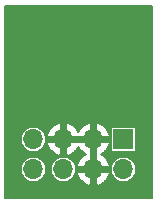
<source format=gbr>
G04 #@! TF.GenerationSoftware,KiCad,Pcbnew,(5.1.5-0-10_14)*
G04 #@! TF.CreationDate,2020-05-05T19:25:00-07:00*
G04 #@! TF.ProjectId,N64 UltraCIC II Breakout,4e363420-556c-4747-9261-434943204949,rev?*
G04 #@! TF.SameCoordinates,Original*
G04 #@! TF.FileFunction,Copper,L2,Bot*
G04 #@! TF.FilePolarity,Positive*
%FSLAX46Y46*%
G04 Gerber Fmt 4.6, Leading zero omitted, Abs format (unit mm)*
G04 Created by KiCad (PCBNEW (5.1.5-0-10_14)) date 2020-05-05 19:25:00*
%MOMM*%
%LPD*%
G04 APERTURE LIST*
%ADD10O,1.700000X1.700000*%
%ADD11R,1.700000X1.700000*%
%ADD12C,0.600000*%
%ADD13C,0.304800*%
%ADD14C,0.152400*%
G04 APERTURE END LIST*
D10*
X149860000Y-116840000D03*
X149860000Y-114300000D03*
X152400000Y-116840000D03*
X152400000Y-114300000D03*
X154940000Y-116840000D03*
X154940000Y-114300000D03*
X157480000Y-116840000D03*
D11*
X157480000Y-114300000D03*
D12*
X152908000Y-111760000D03*
X152908000Y-110744000D03*
X154432000Y-110744000D03*
X154432000Y-111760000D03*
X151638000Y-104775000D03*
D13*
X152400000Y-114300000D02*
X154940000Y-114300000D01*
X154940000Y-114300000D02*
X154940000Y-116840000D01*
X152400000Y-112268000D02*
X152908000Y-111760000D01*
X152400000Y-114300000D02*
X152400000Y-112268000D01*
X151638000Y-104775000D02*
X152908000Y-106045000D01*
X152908000Y-110744000D02*
X154432000Y-110744000D01*
X152908000Y-106045000D02*
X152908000Y-110744000D01*
D14*
G36*
X159918800Y-119278800D02*
G01*
X147421200Y-119278800D01*
X147421200Y-116733767D01*
X148781400Y-116733767D01*
X148781400Y-116946233D01*
X148822850Y-117154616D01*
X148904157Y-117350909D01*
X149022197Y-117527567D01*
X149172433Y-117677803D01*
X149349091Y-117795843D01*
X149545384Y-117877150D01*
X149753767Y-117918600D01*
X149966233Y-117918600D01*
X150174616Y-117877150D01*
X150370909Y-117795843D01*
X150547567Y-117677803D01*
X150697803Y-117527567D01*
X150815843Y-117350909D01*
X150897150Y-117154616D01*
X150938600Y-116946233D01*
X150938600Y-116733767D01*
X151321400Y-116733767D01*
X151321400Y-116946233D01*
X151362850Y-117154616D01*
X151444157Y-117350909D01*
X151562197Y-117527567D01*
X151712433Y-117677803D01*
X151889091Y-117795843D01*
X152085384Y-117877150D01*
X152293767Y-117918600D01*
X152506233Y-117918600D01*
X152714616Y-117877150D01*
X152910909Y-117795843D01*
X153087567Y-117677803D01*
X153237803Y-117527567D01*
X153355843Y-117350909D01*
X153402511Y-117238240D01*
X153562192Y-117238240D01*
X153666359Y-117499385D01*
X153819471Y-117735190D01*
X154015645Y-117936594D01*
X154247341Y-118095856D01*
X154505656Y-118206856D01*
X154541761Y-118217801D01*
X154762200Y-118115820D01*
X154762200Y-117017800D01*
X155117800Y-117017800D01*
X155117800Y-118115820D01*
X155338239Y-118217801D01*
X155374344Y-118206856D01*
X155632659Y-118095856D01*
X155864355Y-117936594D01*
X156060529Y-117735190D01*
X156213641Y-117499385D01*
X156317808Y-117238240D01*
X156217093Y-117017800D01*
X155117800Y-117017800D01*
X154762200Y-117017800D01*
X153662907Y-117017800D01*
X153562192Y-117238240D01*
X153402511Y-117238240D01*
X153437150Y-117154616D01*
X153478600Y-116946233D01*
X153478600Y-116733767D01*
X156401400Y-116733767D01*
X156401400Y-116946233D01*
X156442850Y-117154616D01*
X156524157Y-117350909D01*
X156642197Y-117527567D01*
X156792433Y-117677803D01*
X156969091Y-117795843D01*
X157165384Y-117877150D01*
X157373767Y-117918600D01*
X157586233Y-117918600D01*
X157794616Y-117877150D01*
X157990909Y-117795843D01*
X158167567Y-117677803D01*
X158317803Y-117527567D01*
X158435843Y-117350909D01*
X158517150Y-117154616D01*
X158558600Y-116946233D01*
X158558600Y-116733767D01*
X158517150Y-116525384D01*
X158435843Y-116329091D01*
X158317803Y-116152433D01*
X158167567Y-116002197D01*
X157990909Y-115884157D01*
X157794616Y-115802850D01*
X157586233Y-115761400D01*
X157373767Y-115761400D01*
X157165384Y-115802850D01*
X156969091Y-115884157D01*
X156792433Y-116002197D01*
X156642197Y-116152433D01*
X156524157Y-116329091D01*
X156442850Y-116525384D01*
X156401400Y-116733767D01*
X153478600Y-116733767D01*
X153437150Y-116525384D01*
X153355843Y-116329091D01*
X153237803Y-116152433D01*
X153087567Y-116002197D01*
X152910909Y-115884157D01*
X152714616Y-115802850D01*
X152506233Y-115761400D01*
X152293767Y-115761400D01*
X152085384Y-115802850D01*
X151889091Y-115884157D01*
X151712433Y-116002197D01*
X151562197Y-116152433D01*
X151444157Y-116329091D01*
X151362850Y-116525384D01*
X151321400Y-116733767D01*
X150938600Y-116733767D01*
X150897150Y-116525384D01*
X150815843Y-116329091D01*
X150697803Y-116152433D01*
X150547567Y-116002197D01*
X150370909Y-115884157D01*
X150174616Y-115802850D01*
X149966233Y-115761400D01*
X149753767Y-115761400D01*
X149545384Y-115802850D01*
X149349091Y-115884157D01*
X149172433Y-116002197D01*
X149022197Y-116152433D01*
X148904157Y-116329091D01*
X148822850Y-116525384D01*
X148781400Y-116733767D01*
X147421200Y-116733767D01*
X147421200Y-114193767D01*
X148781400Y-114193767D01*
X148781400Y-114406233D01*
X148822850Y-114614616D01*
X148904157Y-114810909D01*
X149022197Y-114987567D01*
X149172433Y-115137803D01*
X149349091Y-115255843D01*
X149545384Y-115337150D01*
X149753767Y-115378600D01*
X149966233Y-115378600D01*
X150174616Y-115337150D01*
X150370909Y-115255843D01*
X150547567Y-115137803D01*
X150697803Y-114987567D01*
X150815843Y-114810909D01*
X150862511Y-114698240D01*
X151022192Y-114698240D01*
X151126359Y-114959385D01*
X151279471Y-115195190D01*
X151475645Y-115396594D01*
X151707341Y-115555856D01*
X151965656Y-115666856D01*
X152001761Y-115677801D01*
X152222200Y-115575820D01*
X152222200Y-114477800D01*
X152577800Y-114477800D01*
X152577800Y-115575820D01*
X152798239Y-115677801D01*
X152834344Y-115666856D01*
X153092659Y-115555856D01*
X153324355Y-115396594D01*
X153520529Y-115195190D01*
X153670000Y-114964992D01*
X153819471Y-115195190D01*
X154015645Y-115396594D01*
X154247341Y-115555856D01*
X154280256Y-115570000D01*
X154247341Y-115584144D01*
X154015645Y-115743406D01*
X153819471Y-115944810D01*
X153666359Y-116180615D01*
X153562192Y-116441760D01*
X153662907Y-116662200D01*
X154762200Y-116662200D01*
X154762200Y-114477800D01*
X155117800Y-114477800D01*
X155117800Y-116662200D01*
X156217093Y-116662200D01*
X156317808Y-116441760D01*
X156213641Y-116180615D01*
X156060529Y-115944810D01*
X155864355Y-115743406D01*
X155632659Y-115584144D01*
X155599744Y-115570000D01*
X155632659Y-115555856D01*
X155864355Y-115396594D01*
X156060529Y-115195190D01*
X156213641Y-114959385D01*
X156317808Y-114698240D01*
X156217093Y-114477800D01*
X155117800Y-114477800D01*
X154762200Y-114477800D01*
X152577800Y-114477800D01*
X152222200Y-114477800D01*
X151122907Y-114477800D01*
X151022192Y-114698240D01*
X150862511Y-114698240D01*
X150897150Y-114614616D01*
X150938600Y-114406233D01*
X150938600Y-114193767D01*
X150897150Y-113985384D01*
X150862512Y-113901760D01*
X151022192Y-113901760D01*
X151122907Y-114122200D01*
X152222200Y-114122200D01*
X152222200Y-113024180D01*
X152577800Y-113024180D01*
X152577800Y-114122200D01*
X154762200Y-114122200D01*
X154762200Y-113024180D01*
X155117800Y-113024180D01*
X155117800Y-114122200D01*
X156217093Y-114122200D01*
X156317808Y-113901760D01*
X156213641Y-113640615D01*
X156089872Y-113450000D01*
X156400294Y-113450000D01*
X156400294Y-115150000D01*
X156404708Y-115194813D01*
X156417779Y-115237905D01*
X156439006Y-115277618D01*
X156467573Y-115312427D01*
X156502382Y-115340994D01*
X156542095Y-115362221D01*
X156585187Y-115375292D01*
X156630000Y-115379706D01*
X158330000Y-115379706D01*
X158374813Y-115375292D01*
X158417905Y-115362221D01*
X158457618Y-115340994D01*
X158492427Y-115312427D01*
X158520994Y-115277618D01*
X158542221Y-115237905D01*
X158555292Y-115194813D01*
X158559706Y-115150000D01*
X158559706Y-113450000D01*
X158555292Y-113405187D01*
X158542221Y-113362095D01*
X158520994Y-113322382D01*
X158492427Y-113287573D01*
X158457618Y-113259006D01*
X158417905Y-113237779D01*
X158374813Y-113224708D01*
X158330000Y-113220294D01*
X156630000Y-113220294D01*
X156585187Y-113224708D01*
X156542095Y-113237779D01*
X156502382Y-113259006D01*
X156467573Y-113287573D01*
X156439006Y-113322382D01*
X156417779Y-113362095D01*
X156404708Y-113405187D01*
X156400294Y-113450000D01*
X156089872Y-113450000D01*
X156060529Y-113404810D01*
X155864355Y-113203406D01*
X155632659Y-113044144D01*
X155374344Y-112933144D01*
X155338239Y-112922199D01*
X155117800Y-113024180D01*
X154762200Y-113024180D01*
X154541761Y-112922199D01*
X154505656Y-112933144D01*
X154247341Y-113044144D01*
X154015645Y-113203406D01*
X153819471Y-113404810D01*
X153670000Y-113635008D01*
X153520529Y-113404810D01*
X153324355Y-113203406D01*
X153092659Y-113044144D01*
X152834344Y-112933144D01*
X152798239Y-112922199D01*
X152577800Y-113024180D01*
X152222200Y-113024180D01*
X152001761Y-112922199D01*
X151965656Y-112933144D01*
X151707341Y-113044144D01*
X151475645Y-113203406D01*
X151279471Y-113404810D01*
X151126359Y-113640615D01*
X151022192Y-113901760D01*
X150862512Y-113901760D01*
X150815843Y-113789091D01*
X150697803Y-113612433D01*
X150547567Y-113462197D01*
X150370909Y-113344157D01*
X150174616Y-113262850D01*
X149966233Y-113221400D01*
X149753767Y-113221400D01*
X149545384Y-113262850D01*
X149349091Y-113344157D01*
X149172433Y-113462197D01*
X149022197Y-113612433D01*
X148904157Y-113789091D01*
X148822850Y-113985384D01*
X148781400Y-114193767D01*
X147421200Y-114193767D01*
X147421200Y-102971200D01*
X159918801Y-102971200D01*
X159918800Y-119278800D01*
G37*
X159918800Y-119278800D02*
X147421200Y-119278800D01*
X147421200Y-116733767D01*
X148781400Y-116733767D01*
X148781400Y-116946233D01*
X148822850Y-117154616D01*
X148904157Y-117350909D01*
X149022197Y-117527567D01*
X149172433Y-117677803D01*
X149349091Y-117795843D01*
X149545384Y-117877150D01*
X149753767Y-117918600D01*
X149966233Y-117918600D01*
X150174616Y-117877150D01*
X150370909Y-117795843D01*
X150547567Y-117677803D01*
X150697803Y-117527567D01*
X150815843Y-117350909D01*
X150897150Y-117154616D01*
X150938600Y-116946233D01*
X150938600Y-116733767D01*
X151321400Y-116733767D01*
X151321400Y-116946233D01*
X151362850Y-117154616D01*
X151444157Y-117350909D01*
X151562197Y-117527567D01*
X151712433Y-117677803D01*
X151889091Y-117795843D01*
X152085384Y-117877150D01*
X152293767Y-117918600D01*
X152506233Y-117918600D01*
X152714616Y-117877150D01*
X152910909Y-117795843D01*
X153087567Y-117677803D01*
X153237803Y-117527567D01*
X153355843Y-117350909D01*
X153402511Y-117238240D01*
X153562192Y-117238240D01*
X153666359Y-117499385D01*
X153819471Y-117735190D01*
X154015645Y-117936594D01*
X154247341Y-118095856D01*
X154505656Y-118206856D01*
X154541761Y-118217801D01*
X154762200Y-118115820D01*
X154762200Y-117017800D01*
X155117800Y-117017800D01*
X155117800Y-118115820D01*
X155338239Y-118217801D01*
X155374344Y-118206856D01*
X155632659Y-118095856D01*
X155864355Y-117936594D01*
X156060529Y-117735190D01*
X156213641Y-117499385D01*
X156317808Y-117238240D01*
X156217093Y-117017800D01*
X155117800Y-117017800D01*
X154762200Y-117017800D01*
X153662907Y-117017800D01*
X153562192Y-117238240D01*
X153402511Y-117238240D01*
X153437150Y-117154616D01*
X153478600Y-116946233D01*
X153478600Y-116733767D01*
X156401400Y-116733767D01*
X156401400Y-116946233D01*
X156442850Y-117154616D01*
X156524157Y-117350909D01*
X156642197Y-117527567D01*
X156792433Y-117677803D01*
X156969091Y-117795843D01*
X157165384Y-117877150D01*
X157373767Y-117918600D01*
X157586233Y-117918600D01*
X157794616Y-117877150D01*
X157990909Y-117795843D01*
X158167567Y-117677803D01*
X158317803Y-117527567D01*
X158435843Y-117350909D01*
X158517150Y-117154616D01*
X158558600Y-116946233D01*
X158558600Y-116733767D01*
X158517150Y-116525384D01*
X158435843Y-116329091D01*
X158317803Y-116152433D01*
X158167567Y-116002197D01*
X157990909Y-115884157D01*
X157794616Y-115802850D01*
X157586233Y-115761400D01*
X157373767Y-115761400D01*
X157165384Y-115802850D01*
X156969091Y-115884157D01*
X156792433Y-116002197D01*
X156642197Y-116152433D01*
X156524157Y-116329091D01*
X156442850Y-116525384D01*
X156401400Y-116733767D01*
X153478600Y-116733767D01*
X153437150Y-116525384D01*
X153355843Y-116329091D01*
X153237803Y-116152433D01*
X153087567Y-116002197D01*
X152910909Y-115884157D01*
X152714616Y-115802850D01*
X152506233Y-115761400D01*
X152293767Y-115761400D01*
X152085384Y-115802850D01*
X151889091Y-115884157D01*
X151712433Y-116002197D01*
X151562197Y-116152433D01*
X151444157Y-116329091D01*
X151362850Y-116525384D01*
X151321400Y-116733767D01*
X150938600Y-116733767D01*
X150897150Y-116525384D01*
X150815843Y-116329091D01*
X150697803Y-116152433D01*
X150547567Y-116002197D01*
X150370909Y-115884157D01*
X150174616Y-115802850D01*
X149966233Y-115761400D01*
X149753767Y-115761400D01*
X149545384Y-115802850D01*
X149349091Y-115884157D01*
X149172433Y-116002197D01*
X149022197Y-116152433D01*
X148904157Y-116329091D01*
X148822850Y-116525384D01*
X148781400Y-116733767D01*
X147421200Y-116733767D01*
X147421200Y-114193767D01*
X148781400Y-114193767D01*
X148781400Y-114406233D01*
X148822850Y-114614616D01*
X148904157Y-114810909D01*
X149022197Y-114987567D01*
X149172433Y-115137803D01*
X149349091Y-115255843D01*
X149545384Y-115337150D01*
X149753767Y-115378600D01*
X149966233Y-115378600D01*
X150174616Y-115337150D01*
X150370909Y-115255843D01*
X150547567Y-115137803D01*
X150697803Y-114987567D01*
X150815843Y-114810909D01*
X150862511Y-114698240D01*
X151022192Y-114698240D01*
X151126359Y-114959385D01*
X151279471Y-115195190D01*
X151475645Y-115396594D01*
X151707341Y-115555856D01*
X151965656Y-115666856D01*
X152001761Y-115677801D01*
X152222200Y-115575820D01*
X152222200Y-114477800D01*
X152577800Y-114477800D01*
X152577800Y-115575820D01*
X152798239Y-115677801D01*
X152834344Y-115666856D01*
X153092659Y-115555856D01*
X153324355Y-115396594D01*
X153520529Y-115195190D01*
X153670000Y-114964992D01*
X153819471Y-115195190D01*
X154015645Y-115396594D01*
X154247341Y-115555856D01*
X154280256Y-115570000D01*
X154247341Y-115584144D01*
X154015645Y-115743406D01*
X153819471Y-115944810D01*
X153666359Y-116180615D01*
X153562192Y-116441760D01*
X153662907Y-116662200D01*
X154762200Y-116662200D01*
X154762200Y-114477800D01*
X155117800Y-114477800D01*
X155117800Y-116662200D01*
X156217093Y-116662200D01*
X156317808Y-116441760D01*
X156213641Y-116180615D01*
X156060529Y-115944810D01*
X155864355Y-115743406D01*
X155632659Y-115584144D01*
X155599744Y-115570000D01*
X155632659Y-115555856D01*
X155864355Y-115396594D01*
X156060529Y-115195190D01*
X156213641Y-114959385D01*
X156317808Y-114698240D01*
X156217093Y-114477800D01*
X155117800Y-114477800D01*
X154762200Y-114477800D01*
X152577800Y-114477800D01*
X152222200Y-114477800D01*
X151122907Y-114477800D01*
X151022192Y-114698240D01*
X150862511Y-114698240D01*
X150897150Y-114614616D01*
X150938600Y-114406233D01*
X150938600Y-114193767D01*
X150897150Y-113985384D01*
X150862512Y-113901760D01*
X151022192Y-113901760D01*
X151122907Y-114122200D01*
X152222200Y-114122200D01*
X152222200Y-113024180D01*
X152577800Y-113024180D01*
X152577800Y-114122200D01*
X154762200Y-114122200D01*
X154762200Y-113024180D01*
X155117800Y-113024180D01*
X155117800Y-114122200D01*
X156217093Y-114122200D01*
X156317808Y-113901760D01*
X156213641Y-113640615D01*
X156089872Y-113450000D01*
X156400294Y-113450000D01*
X156400294Y-115150000D01*
X156404708Y-115194813D01*
X156417779Y-115237905D01*
X156439006Y-115277618D01*
X156467573Y-115312427D01*
X156502382Y-115340994D01*
X156542095Y-115362221D01*
X156585187Y-115375292D01*
X156630000Y-115379706D01*
X158330000Y-115379706D01*
X158374813Y-115375292D01*
X158417905Y-115362221D01*
X158457618Y-115340994D01*
X158492427Y-115312427D01*
X158520994Y-115277618D01*
X158542221Y-115237905D01*
X158555292Y-115194813D01*
X158559706Y-115150000D01*
X158559706Y-113450000D01*
X158555292Y-113405187D01*
X158542221Y-113362095D01*
X158520994Y-113322382D01*
X158492427Y-113287573D01*
X158457618Y-113259006D01*
X158417905Y-113237779D01*
X158374813Y-113224708D01*
X158330000Y-113220294D01*
X156630000Y-113220294D01*
X156585187Y-113224708D01*
X156542095Y-113237779D01*
X156502382Y-113259006D01*
X156467573Y-113287573D01*
X156439006Y-113322382D01*
X156417779Y-113362095D01*
X156404708Y-113405187D01*
X156400294Y-113450000D01*
X156089872Y-113450000D01*
X156060529Y-113404810D01*
X155864355Y-113203406D01*
X155632659Y-113044144D01*
X155374344Y-112933144D01*
X155338239Y-112922199D01*
X155117800Y-113024180D01*
X154762200Y-113024180D01*
X154541761Y-112922199D01*
X154505656Y-112933144D01*
X154247341Y-113044144D01*
X154015645Y-113203406D01*
X153819471Y-113404810D01*
X153670000Y-113635008D01*
X153520529Y-113404810D01*
X153324355Y-113203406D01*
X153092659Y-113044144D01*
X152834344Y-112933144D01*
X152798239Y-112922199D01*
X152577800Y-113024180D01*
X152222200Y-113024180D01*
X152001761Y-112922199D01*
X151965656Y-112933144D01*
X151707341Y-113044144D01*
X151475645Y-113203406D01*
X151279471Y-113404810D01*
X151126359Y-113640615D01*
X151022192Y-113901760D01*
X150862512Y-113901760D01*
X150815843Y-113789091D01*
X150697803Y-113612433D01*
X150547567Y-113462197D01*
X150370909Y-113344157D01*
X150174616Y-113262850D01*
X149966233Y-113221400D01*
X149753767Y-113221400D01*
X149545384Y-113262850D01*
X149349091Y-113344157D01*
X149172433Y-113462197D01*
X149022197Y-113612433D01*
X148904157Y-113789091D01*
X148822850Y-113985384D01*
X148781400Y-114193767D01*
X147421200Y-114193767D01*
X147421200Y-102971200D01*
X159918801Y-102971200D01*
X159918800Y-119278800D01*
M02*

</source>
